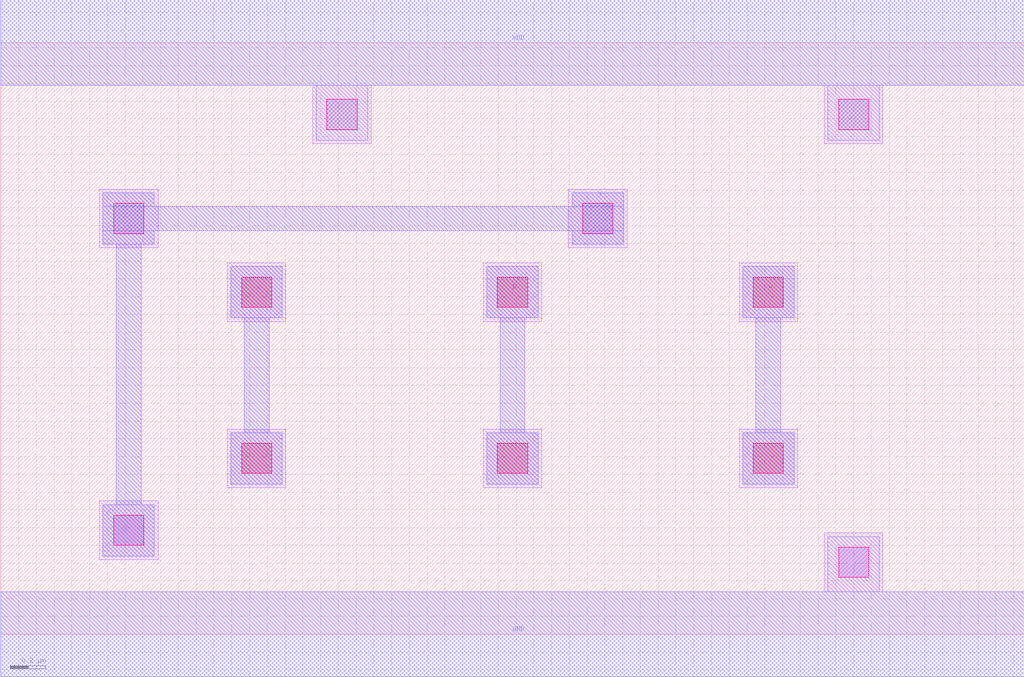
<source format=lef>
MACRO NAND3X1
 CLASS CORE ;
 FOREIGN NAND3X1 0 0 ;
 SIZE 5.76 BY 3.33 ;
 ORIGIN 0 0 ;
 SYMMETRY X Y R90 ;
 SITE unit ;
  PIN VDD
   DIRECTION INOUT ;
   USE POWER ;
   SHAPE ABUTMENT ;
    PORT
     CLASS CORE ;
       LAYER met1 ;
        RECT 0.00000000 3.09000000 5.76000000 3.57000000 ;
    END
  END VDD

  PIN GND
   DIRECTION INOUT ;
   USE POWER ;
   SHAPE ABUTMENT ;
    PORT
     CLASS CORE ;
       LAYER met1 ;
        RECT 0.00000000 -0.24000000 5.76000000 0.24000000 ;
    END
  END GND

  PIN Y
   DIRECTION INOUT ;
   USE SIGNAL ;
   SHAPE ABUTMENT ;
    PORT
     CLASS CORE ;
       LAYER met1 ;
        RECT 0.57500000 0.44000000 0.86500000 0.73000000 ;
        RECT 0.65000000 0.73000000 0.79000000 2.19500000 ;
        RECT 0.57500000 2.19500000 0.86500000 2.27000000 ;
        RECT 3.21500000 2.19500000 3.50500000 2.27000000 ;
        RECT 0.57500000 2.27000000 3.50500000 2.41000000 ;
        RECT 0.57500000 2.41000000 0.86500000 2.48500000 ;
        RECT 3.21500000 2.41000000 3.50500000 2.48500000 ;
    END
  END Y

  PIN C
   DIRECTION INOUT ;
   USE SIGNAL ;
   SHAPE ABUTMENT ;
    PORT
     CLASS CORE ;
       LAYER met1 ;
        RECT 1.29500000 0.84500000 1.58500000 1.13500000 ;
        RECT 1.37000000 1.13500000 1.51000000 1.78000000 ;
        RECT 1.29500000 1.78000000 1.58500000 2.07000000 ;
    END
  END C

  PIN B
   DIRECTION INOUT ;
   USE SIGNAL ;
   SHAPE ABUTMENT ;
    PORT
     CLASS CORE ;
       LAYER met1 ;
        RECT 2.73500000 0.84500000 3.02500000 1.13500000 ;
        RECT 2.81000000 1.13500000 2.95000000 1.78000000 ;
        RECT 2.73500000 1.78000000 3.02500000 2.07000000 ;
    END
  END B

  PIN A
   DIRECTION INOUT ;
   USE SIGNAL ;
   SHAPE ABUTMENT ;
    PORT
     CLASS CORE ;
       LAYER met1 ;
        RECT 4.17500000 0.84500000 4.46500000 1.13500000 ;
        RECT 4.25000000 1.13500000 4.39000000 1.78000000 ;
        RECT 4.17500000 1.78000000 4.46500000 2.07000000 ;
    END
  END A

 OBS
    LAYER polycont ;
     RECT 1.35500000 0.90500000 1.52500000 1.07500000 ;
     RECT 2.79500000 0.90500000 2.96500000 1.07500000 ;
     RECT 4.23500000 0.90500000 4.40500000 1.07500000 ;
     RECT 1.35500000 1.84000000 1.52500000 2.01000000 ;
     RECT 2.79500000 1.84000000 2.96500000 2.01000000 ;
     RECT 4.23500000 1.84000000 4.40500000 2.01000000 ;

    LAYER pdiffc ;
     RECT 0.63500000 2.25500000 0.80500000 2.42500000 ;
     RECT 3.27500000 2.25500000 3.44500000 2.42500000 ;
     RECT 1.83500000 2.84000000 2.00500000 3.01000000 ;
     RECT 4.71500000 2.84000000 4.88500000 3.01000000 ;

    LAYER ndiffc ;
     RECT 4.71500000 0.32000000 4.88500000 0.49000000 ;
     RECT 0.63500000 0.50000000 0.80500000 0.67000000 ;

    LAYER li1 ;
     RECT 4.63500000 0.24000000 4.96500000 0.57000000 ;
     RECT 0.55500000 0.42000000 0.88500000 0.75000000 ;
     RECT 1.27500000 0.82500000 1.60500000 1.15500000 ;
     RECT 2.71500000 0.82500000 3.04500000 1.15500000 ;
     RECT 4.15500000 0.82500000 4.48500000 1.15500000 ;
     RECT 1.27500000 1.76000000 1.60500000 2.09000000 ;
     RECT 2.71500000 1.76000000 3.04500000 2.09000000 ;
     RECT 4.15500000 1.76000000 4.48500000 2.09000000 ;
     RECT 0.55500000 2.17500000 0.88500000 2.50500000 ;
     RECT 3.19500000 2.17500000 3.52500000 2.50500000 ;
     RECT 1.75500000 2.76000000 2.08500000 3.09000000 ;
     RECT 4.63500000 2.76000000 4.96500000 3.09000000 ;

    LAYER viali ;
     RECT 4.71500000 0.32000000 4.88500000 0.49000000 ;
     RECT 0.63500000 0.50000000 0.80500000 0.67000000 ;
     RECT 1.35500000 0.90500000 1.52500000 1.07500000 ;
     RECT 2.79500000 0.90500000 2.96500000 1.07500000 ;
     RECT 4.23500000 0.90500000 4.40500000 1.07500000 ;
     RECT 1.35500000 1.84000000 1.52500000 2.01000000 ;
     RECT 2.79500000 1.84000000 2.96500000 2.01000000 ;
     RECT 4.23500000 1.84000000 4.40500000 2.01000000 ;
     RECT 0.63500000 2.25500000 0.80500000 2.42500000 ;
     RECT 3.27500000 2.25500000 3.44500000 2.42500000 ;
     RECT 1.83500000 2.84000000 2.00500000 3.01000000 ;
     RECT 4.71500000 2.84000000 4.88500000 3.01000000 ;

    LAYER met1 ;
     RECT 0.00000000 -0.24000000 5.76000000 0.24000000 ;
     RECT 4.65500000 0.24000000 4.94500000 0.55000000 ;
     RECT 1.29500000 0.84500000 1.58500000 1.13500000 ;
     RECT 1.37000000 1.13500000 1.51000000 1.78000000 ;
     RECT 1.29500000 1.78000000 1.58500000 2.07000000 ;
     RECT 2.73500000 0.84500000 3.02500000 1.13500000 ;
     RECT 2.81000000 1.13500000 2.95000000 1.78000000 ;
     RECT 2.73500000 1.78000000 3.02500000 2.07000000 ;
     RECT 4.17500000 0.84500000 4.46500000 1.13500000 ;
     RECT 4.25000000 1.13500000 4.39000000 1.78000000 ;
     RECT 4.17500000 1.78000000 4.46500000 2.07000000 ;
     RECT 0.57500000 0.44000000 0.86500000 0.73000000 ;
     RECT 0.65000000 0.73000000 0.79000000 2.19500000 ;
     RECT 0.57500000 2.19500000 0.86500000 2.27000000 ;
     RECT 3.21500000 2.19500000 3.50500000 2.27000000 ;
     RECT 0.57500000 2.27000000 3.50500000 2.41000000 ;
     RECT 0.57500000 2.41000000 0.86500000 2.48500000 ;
     RECT 3.21500000 2.41000000 3.50500000 2.48500000 ;
     RECT 1.77500000 2.78000000 2.06500000 3.09000000 ;
     RECT 4.65500000 2.78000000 4.94500000 3.09000000 ;
     RECT 0.00000000 3.09000000 5.76000000 3.57000000 ;

 END
END NAND3X1

</source>
